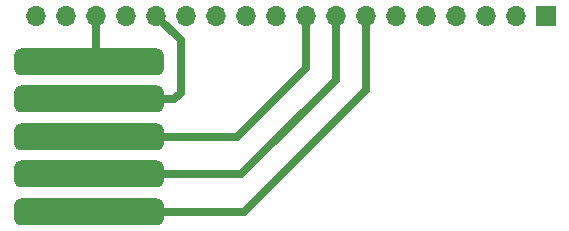
<source format=gbr>
%TF.GenerationSoftware,KiCad,Pcbnew,8.0.8-8.0.8-0~ubuntu22.04.1*%
%TF.CreationDate,2025-01-15T16:25:43-08:00*%
%TF.ProjectId,NX-ButtonInterface,4e582d42-7574-4746-9f6e-496e74657266,1*%
%TF.SameCoordinates,Original*%
%TF.FileFunction,Copper,L2,Bot*%
%TF.FilePolarity,Positive*%
%FSLAX46Y46*%
G04 Gerber Fmt 4.6, Leading zero omitted, Abs format (unit mm)*
G04 Created by KiCad (PCBNEW 8.0.8-8.0.8-0~ubuntu22.04.1) date 2025-01-15 16:25:43*
%MOMM*%
%LPD*%
G01*
G04 APERTURE LIST*
G04 Aperture macros list*
%AMRoundRect*
0 Rectangle with rounded corners*
0 $1 Rounding radius*
0 $2 $3 $4 $5 $6 $7 $8 $9 X,Y pos of 4 corners*
0 Add a 4 corners polygon primitive as box body*
4,1,4,$2,$3,$4,$5,$6,$7,$8,$9,$2,$3,0*
0 Add four circle primitives for the rounded corners*
1,1,$1+$1,$2,$3*
1,1,$1+$1,$4,$5*
1,1,$1+$1,$6,$7*
1,1,$1+$1,$8,$9*
0 Add four rect primitives between the rounded corners*
20,1,$1+$1,$2,$3,$4,$5,0*
20,1,$1+$1,$4,$5,$6,$7,0*
20,1,$1+$1,$6,$7,$8,$9,0*
20,1,$1+$1,$8,$9,$2,$3,0*%
G04 Aperture macros list end*
%TA.AperFunction,ComponentPad*%
%ADD10R,1.700000X1.700000*%
%TD*%
%TA.AperFunction,ComponentPad*%
%ADD11O,1.700000X1.700000*%
%TD*%
%TA.AperFunction,SMDPad,CuDef*%
%ADD12RoundRect,0.571500X5.778500X0.571500X-5.778500X0.571500X-5.778500X-0.571500X5.778500X-0.571500X0*%
%TD*%
%TA.AperFunction,Conductor*%
%ADD13C,0.635000*%
%TD*%
G04 APERTURE END LIST*
D10*
%TO.P,J1,1,Pin_1*%
%TO.N,/CAN_TX*%
X129921000Y-92964000D03*
D11*
%TO.P,J1,2,Pin_2*%
%TO.N,/CAN_RX*%
X127381000Y-92964000D03*
%TO.P,J1,3,Pin_3*%
%TO.N,/GND*%
X124841000Y-92964000D03*
%TO.P,J1,4,Pin_4*%
%TO.N,/3V3*%
X122301000Y-92964000D03*
%TO.P,J1,5,Pin_5*%
%TO.N,unconnected-(J1-Pin_5-Pad5)*%
X119761000Y-92964000D03*
%TO.P,J1,6,Pin_6*%
%TO.N,unconnected-(J1-Pin_6-Pad6)*%
X117221000Y-92964000D03*
%TO.P,J1,7,Pin_7*%
%TO.N,/NX_PC_LED-*%
X114681000Y-92964000D03*
%TO.P,J1,8,Pin_8*%
%TO.N,/NX_PC_LED+*%
X112141000Y-92964000D03*
%TO.P,J1,9,Pin_9*%
%TO.N,/UART2_RXD*%
X109601000Y-92964000D03*
%TO.P,J1,10,Pin_10*%
%TO.N,/UART2_TXD*%
X107061000Y-92964000D03*
%TO.P,J1,11,Pin_11*%
%TO.N,unconnected-(J1-Pin_11-Pad11)*%
X104521000Y-92964000D03*
%TO.P,J1,12,Pin_12*%
%TO.N,unconnected-(J1-Pin_12-Pad12)*%
X101981000Y-92964000D03*
%TO.P,J1,13,Pin_13*%
%TO.N,/SYS_RST_RCV_RTN*%
X99441000Y-92964000D03*
%TO.P,J1,14,Pin_14*%
%TO.N,/~{SYS_RESET}*%
X96901000Y-92964000D03*
%TO.P,J1,15,Pin_15*%
%TO.N,/SYS_RST_RCV_RTN*%
X94361000Y-92964000D03*
%TO.P,J1,16,Pin_16*%
%TO.N,/~{REC}*%
X91821000Y-92964000D03*
%TO.P,J1,17,Pin_17*%
%TO.N,unconnected-(J1-Pin_17-Pad17)*%
X89281000Y-92964000D03*
%TO.P,J1,18,Pin_18*%
%TO.N,unconnected-(J1-Pin_18-Pad18)*%
X86741000Y-92964000D03*
%TD*%
D12*
%TO.P,J2,1,Pin_1*%
%TO.N,/~{REC}*%
X91198700Y-96875600D03*
%TO.P,J2,3,Pin_3*%
%TO.N,/~{SYS_RESET}*%
X91198700Y-100050600D03*
%TO.P,J2,5,Pin_5*%
%TO.N,/UART2_RXD*%
X91198700Y-103225600D03*
%TO.P,J2,7,Pin_7*%
%TO.N,/NX_PC_LED+*%
X91198700Y-106400600D03*
%TO.P,J2,9,Pin_9*%
%TO.N,/NX_PC_LED-*%
X91198700Y-109575600D03*
%TD*%
D13*
%TO.N,/NX_PC_LED-*%
X104317800Y-109575600D02*
X114681000Y-99212400D01*
X114681000Y-99212400D02*
X114681000Y-92964000D01*
X91198700Y-109575600D02*
X104317800Y-109575600D01*
%TO.N,/NX_PC_LED+*%
X112141000Y-98374200D02*
X112141000Y-92964000D01*
X91198700Y-106400600D02*
X104114600Y-106400600D01*
X104114600Y-106400600D02*
X112141000Y-98374200D01*
%TO.N,/UART2_RXD*%
X103784400Y-103225600D02*
X109601000Y-97409000D01*
X109601000Y-97409000D02*
X109601000Y-92964000D01*
X91198700Y-103225600D02*
X103784400Y-103225600D01*
%TO.N,/~{SYS_RESET}*%
X98983800Y-99466400D02*
X98399600Y-100050600D01*
X98399600Y-100050600D02*
X91198700Y-100050600D01*
X96901000Y-92964000D02*
X98983800Y-95046800D01*
X98983800Y-95046800D02*
X98983800Y-99466400D01*
%TO.N,/~{REC}*%
X91821000Y-96253300D02*
X91198700Y-96875600D01*
X91821000Y-92964000D02*
X91821000Y-96253300D01*
%TD*%
M02*

</source>
